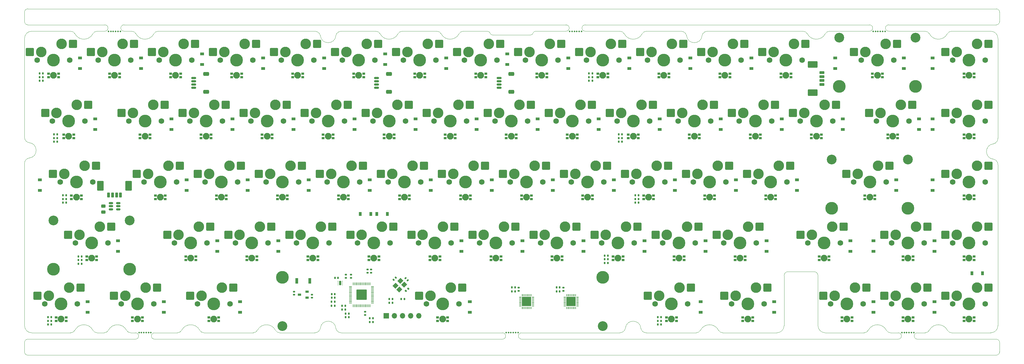
<source format=gbs>
G04 #@! TF.GenerationSoftware,KiCad,Pcbnew,(6.99.0-1912-g359c99991b)*
G04 #@! TF.CreationDate,2023-08-09T17:17:15+07:00*
G04 #@! TF.ProjectId,nyx,6e79782e-6b69-4636-9164-5f7063625858,2*
G04 #@! TF.SameCoordinates,Original*
G04 #@! TF.FileFunction,Soldermask,Bot*
G04 #@! TF.FilePolarity,Negative*
%FSLAX46Y46*%
G04 Gerber Fmt 4.6, Leading zero omitted, Abs format (unit mm)*
G04 Created by KiCad (PCBNEW (6.99.0-1912-g359c99991b)) date 2023-08-09 17:17:15*
%MOMM*%
%LPD*%
G01*
G04 APERTURE LIST*
G04 Aperture macros list*
%AMRoundRect*
0 Rectangle with rounded corners*
0 $1 Rounding radius*
0 $2 $3 $4 $5 $6 $7 $8 $9 X,Y pos of 4 corners*
0 Add a 4 corners polygon primitive as box body*
4,1,4,$2,$3,$4,$5,$6,$7,$8,$9,$2,$3,0*
0 Add four circle primitives for the rounded corners*
1,1,$1+$1,$2,$3*
1,1,$1+$1,$4,$5*
1,1,$1+$1,$6,$7*
1,1,$1+$1,$8,$9*
0 Add four rect primitives between the rounded corners*
20,1,$1+$1,$2,$3,$4,$5,0*
20,1,$1+$1,$4,$5,$6,$7,0*
20,1,$1+$1,$6,$7,$8,$9,0*
20,1,$1+$1,$8,$9,$2,$3,0*%
%AMRotRect*
0 Rectangle, with rotation*
0 The origin of the aperture is its center*
0 $1 length*
0 $2 width*
0 $3 Rotation angle, in degrees counterclockwise*
0 Add horizontal line*
21,1,$1,$2,0,0,$3*%
%AMFreePoly0*
4,1,18,-0.350000,0.510000,-0.339343,0.563576,-0.308995,0.608995,-0.263576,0.639343,-0.210000,0.650000,0.210000,0.650000,0.263576,0.639343,0.308995,0.608995,0.339343,0.563576,0.350000,0.510000,0.350000,-0.510000,0.339343,-0.563576,0.308995,-0.608995,0.263576,-0.639343,0.210000,-0.650000,-0.210000,-0.650000,-0.350000,-0.510000,-0.350000,0.510000,-0.350000,0.510000,$1*%
G04 Aperture macros list end*
%ADD10C,3.048000*%
%ADD11C,3.987800*%
%ADD12C,0.500000*%
%ADD13C,1.750000*%
%ADD14C,3.300000*%
%ADD15RoundRect,0.250000X1.025000X1.000000X-1.025000X1.000000X-1.025000X-1.000000X1.025000X-1.000000X0*%
%ADD16RoundRect,0.135000X-0.135000X-0.185000X0.135000X-0.185000X0.135000X0.185000X-0.135000X0.185000X0*%
%ADD17R,1.200000X0.900000*%
%ADD18RoundRect,0.050000X0.300000X0.050000X-0.300000X0.050000X-0.300000X-0.050000X0.300000X-0.050000X0*%
%ADD19RoundRect,0.050000X0.050000X0.300000X-0.050000X0.300000X-0.050000X-0.300000X0.050000X-0.300000X0*%
%ADD20R,2.900000X2.900000*%
%ADD21RoundRect,0.140000X-0.170000X0.140000X-0.170000X-0.140000X0.170000X-0.140000X0.170000X0.140000X0*%
%ADD22RoundRect,0.140000X0.170000X-0.140000X0.170000X0.140000X-0.170000X0.140000X-0.170000X-0.140000X0*%
%ADD23C,2.100000*%
%ADD24RoundRect,0.070000X-0.330000X0.280000X-0.330000X-0.280000X0.330000X-0.280000X0.330000X0.280000X0*%
%ADD25RoundRect,0.200000X0.600000X-0.200000X0.600000X0.200000X-0.600000X0.200000X-0.600000X-0.200000X0*%
%ADD26RoundRect,0.250001X1.249999X-0.799999X1.249999X0.799999X-1.249999X0.799999X-1.249999X-0.799999X0*%
%ADD27RoundRect,0.140000X-0.140000X-0.170000X0.140000X-0.170000X0.140000X0.170000X-0.140000X0.170000X0*%
%ADD28RoundRect,0.200000X-0.200000X-0.600000X0.200000X-0.600000X0.200000X0.600000X-0.200000X0.600000X0*%
%ADD29RoundRect,0.250001X-0.799999X-1.249999X0.799999X-1.249999X0.799999X1.249999X-0.799999X1.249999X0*%
%ADD30RoundRect,0.140000X0.140000X0.170000X-0.140000X0.170000X-0.140000X-0.170000X0.140000X-0.170000X0*%
%ADD31R,1.700000X1.700000*%
%ADD32O,1.700000X1.700000*%
%ADD33RoundRect,0.135000X-0.185000X0.135000X-0.185000X-0.135000X0.185000X-0.135000X0.185000X0.135000X0*%
%ADD34RoundRect,0.050000X-0.050000X0.387500X-0.050000X-0.387500X0.050000X-0.387500X0.050000X0.387500X0*%
%ADD35RoundRect,0.050000X-0.387500X0.050000X-0.387500X-0.050000X0.387500X-0.050000X0.387500X0.050000X0*%
%ADD36RoundRect,0.144000X-1.456000X1.456000X-1.456000X-1.456000X1.456000X-1.456000X1.456000X1.456000X0*%
%ADD37RoundRect,0.045000X0.055000X0.045000X-0.055000X0.045000X-0.055000X-0.045000X0.055000X-0.045000X0*%
%ADD38FreePoly0,180.000000*%
%ADD39RoundRect,0.135000X0.135000X0.185000X-0.135000X0.185000X-0.135000X-0.185000X0.135000X-0.185000X0*%
%ADD40R,0.900000X1.700000*%
%ADD41RoundRect,0.140000X0.021213X-0.219203X0.219203X-0.021213X-0.021213X0.219203X-0.219203X0.021213X0*%
%ADD42RotRect,1.400000X1.200000X225.000000*%
%ADD43R,0.900000X1.200000*%
%ADD44RoundRect,0.135000X0.035355X-0.226274X0.226274X-0.035355X-0.035355X0.226274X-0.226274X0.035355X0*%
%ADD45R,1.000000X0.800000*%
%ADD46RoundRect,0.150000X-0.625000X0.150000X-0.625000X-0.150000X0.625000X-0.150000X0.625000X0.150000X0*%
%ADD47RoundRect,0.250000X-0.650000X0.350000X-0.650000X-0.350000X0.650000X-0.350000X0.650000X0.350000X0*%
%ADD48RoundRect,0.150000X0.512500X0.150000X-0.512500X0.150000X-0.512500X-0.150000X0.512500X-0.150000X0*%
%ADD49RoundRect,0.243750X-0.456250X0.243750X-0.456250X-0.243750X0.456250X-0.243750X0.456250X0.243750X0*%
%ADD50RoundRect,0.140000X0.219203X0.021213X0.021213X0.219203X-0.219203X-0.021213X-0.021213X-0.219203X0*%
G04 #@! TA.AperFunction,Profile*
%ADD51C,0.100000*%
G04 #@! TD*
G04 APERTURE END LIST*
D10*
X180484823Y-99219823D03*
D11*
X180484823Y-83979823D03*
D10*
X80472323Y-99219823D03*
D11*
X80472323Y-83979823D03*
D12*
X268572706Y-7050000D03*
X267832706Y-7050000D03*
X267092706Y-7050000D03*
X266352706Y-7050000D03*
X265612706Y-7050000D03*
X264872706Y-7050000D03*
D10*
X9034823Y-66199823D03*
D11*
X9034823Y-81439823D03*
D10*
X32847323Y-66199823D03*
D11*
X32847323Y-81439823D03*
D12*
X173850000Y-7050000D03*
X173110000Y-7050000D03*
X172370000Y-7050000D03*
X171630000Y-7050000D03*
X170890000Y-7050000D03*
X170150000Y-7050000D03*
D10*
X254303573Y-9049823D03*
D11*
X254303573Y-24289823D03*
D10*
X278116073Y-9049823D03*
D11*
X278116073Y-24289823D03*
D12*
X35750000Y-101222338D03*
X36490000Y-101222338D03*
X37230000Y-101222338D03*
X37970000Y-101222338D03*
X38710000Y-101222338D03*
X39450000Y-101222338D03*
X273850001Y-101222338D03*
X274590001Y-101222338D03*
X275330001Y-101222338D03*
X276070001Y-101222338D03*
X276810001Y-101222338D03*
X277550001Y-101222338D03*
X150311353Y-101222338D03*
X151051353Y-101222338D03*
X151791353Y-101222338D03*
X152531353Y-101222338D03*
X153271353Y-101222338D03*
X154011353Y-101222338D03*
X29899997Y-7050000D03*
X29159997Y-7050000D03*
X28419997Y-7050000D03*
X27679997Y-7050000D03*
X26939997Y-7050000D03*
X26199997Y-7050000D03*
D10*
X251922323Y-47149823D03*
D11*
X251922323Y-62389823D03*
D10*
X275734823Y-47149823D03*
D11*
X275734823Y-62389823D03*
D13*
X228427323Y-73184823D03*
D11*
X223347323Y-73184823D03*
D13*
X218267323Y-73184823D03*
D14*
X219537323Y-70644823D03*
D15*
X215987323Y-70644823D03*
X229437323Y-68104823D03*
D14*
X225887323Y-68104823D03*
D16*
X176190000Y-21350000D03*
X177210000Y-21350000D03*
D17*
X241119822Y-56722322D03*
X241119822Y-53422322D03*
D16*
X176190000Y-22500000D03*
X177210000Y-22500000D03*
D18*
X172600000Y-90100000D03*
X172600000Y-90500000D03*
X172600000Y-90900000D03*
X172600000Y-91300000D03*
X172600000Y-91700000D03*
X172600000Y-92100000D03*
X172600000Y-92500000D03*
X172600000Y-92900000D03*
D19*
X172000000Y-93500000D03*
X171600000Y-93500000D03*
X171200000Y-93500000D03*
X170800000Y-93500000D03*
X170400000Y-93500000D03*
X170000000Y-93500000D03*
X169600000Y-93500000D03*
X169200000Y-93500000D03*
D18*
X168600000Y-92900000D03*
X168600000Y-92500000D03*
X168600000Y-92100000D03*
X168600000Y-91700000D03*
X168600000Y-91300000D03*
X168600000Y-90900000D03*
X168600000Y-90500000D03*
X168600000Y-90100000D03*
D19*
X169200000Y-89500000D03*
X169600000Y-89500000D03*
X170000000Y-89500000D03*
X170400000Y-89500000D03*
X170800000Y-89500000D03*
X171200000Y-89500000D03*
X171600000Y-89500000D03*
X172000000Y-89500000D03*
D20*
X170599999Y-91499999D03*
D17*
X231594822Y-75772322D03*
X231594822Y-72472322D03*
D21*
X106300000Y-94720000D03*
X106300000Y-95680000D03*
D22*
X89700000Y-90300000D03*
X89700000Y-89340000D03*
D16*
X11990000Y-58289376D03*
X13010000Y-58289376D03*
X7340000Y-98700000D03*
X8360000Y-98700000D03*
D17*
X55382322Y-17399999D03*
X55382322Y-14099999D03*
D23*
X130478573Y-96984823D03*
D24*
X132028573Y-96434823D03*
X132028573Y-97534823D03*
X128928573Y-97534823D03*
X128928573Y-96434823D03*
D23*
X9034823Y-20784823D03*
D24*
X10584823Y-20234823D03*
X10584823Y-21334823D03*
X7484823Y-21334823D03*
X7484823Y-20234823D03*
D17*
X145869822Y-56722322D03*
X145869822Y-53422322D03*
D16*
X197690000Y-96400000D03*
X198710000Y-96400000D03*
D17*
X69669822Y-56722322D03*
X69669822Y-53422322D03*
D23*
X218584823Y-20784823D03*
D24*
X220134823Y-20234823D03*
X220134823Y-21334823D03*
X217034823Y-21334823D03*
X217034823Y-20234823D03*
D25*
X248875000Y-23675000D03*
X248875000Y-22425000D03*
X248875000Y-21175000D03*
X248875000Y-19925000D03*
D26*
X245975000Y-26225000D03*
X245975000Y-17375000D03*
D23*
X56659823Y-39834823D03*
D24*
X58209823Y-39284823D03*
X58209823Y-40384823D03*
X55109823Y-40384823D03*
X55109823Y-39284823D03*
D23*
X75709823Y-39834823D03*
D24*
X77259823Y-39284823D03*
X77259823Y-40384823D03*
X74159823Y-40384823D03*
X74159823Y-39284823D03*
D27*
X152140000Y-87100000D03*
X153100000Y-87100000D03*
X166040000Y-87100000D03*
X167000000Y-87100000D03*
D16*
X185500000Y-41550000D03*
X186520000Y-41550000D03*
D28*
X26209758Y-58192481D03*
X27459758Y-58192481D03*
X28709758Y-58192481D03*
X29959758Y-58192481D03*
D29*
X23659758Y-55292481D03*
X32509758Y-55292481D03*
D23*
X225728573Y-96984823D03*
D24*
X227278573Y-96434823D03*
X227278573Y-97534823D03*
X224178573Y-97534823D03*
X224178573Y-96434823D03*
D23*
X147147323Y-77934823D03*
D24*
X148697323Y-77384823D03*
X148697323Y-78484823D03*
X145597323Y-78484823D03*
X145597323Y-77384823D03*
D17*
X112532322Y-17399999D03*
X112532322Y-14099999D03*
D23*
X59041073Y-96984823D03*
D24*
X60591073Y-96434823D03*
X60591073Y-97534823D03*
X57491073Y-97534823D03*
X57491073Y-96434823D03*
D13*
X109364823Y-16034823D03*
D11*
X104284823Y-16034823D03*
D13*
X99204823Y-16034823D03*
D14*
X100474823Y-13494823D03*
D15*
X96924823Y-13494823D03*
X110374823Y-10954823D03*
D14*
X106824823Y-10954823D03*
D23*
X142384823Y-20784823D03*
D24*
X143934823Y-20234823D03*
X143934823Y-21334823D03*
X140834823Y-21334823D03*
X140834823Y-20234823D03*
D13*
X299864823Y-54134823D03*
D11*
X294784823Y-54134823D03*
D13*
X289704823Y-54134823D03*
D14*
X290974823Y-51594823D03*
D15*
X287424823Y-51594823D03*
X300874823Y-49054823D03*
D14*
X297324823Y-49054823D03*
D16*
X4690000Y-22500000D03*
X5710000Y-22500000D03*
D17*
X283382322Y-37672322D03*
X283382322Y-34372322D03*
D13*
X223664823Y-16034823D03*
D11*
X218584823Y-16034823D03*
D13*
X213504823Y-16034823D03*
D14*
X214774823Y-13494823D03*
D15*
X211224823Y-13494823D03*
X224674823Y-10954823D03*
D14*
X221124823Y-10954823D03*
D13*
X190327323Y-73184823D03*
D11*
X185247323Y-73184823D03*
D13*
X180167323Y-73184823D03*
D14*
X181437323Y-70644823D03*
D15*
X177887323Y-70644823D03*
X191337323Y-68104823D03*
D14*
X187787323Y-68104823D03*
D23*
X109047323Y-77934823D03*
D24*
X110597323Y-77384823D03*
X110597323Y-78484823D03*
X107497323Y-78484823D03*
X107497323Y-77384823D03*
D23*
X128097323Y-77934823D03*
D24*
X129647323Y-77384823D03*
X129647323Y-78484823D03*
X126547323Y-78484823D03*
X126547323Y-77384823D03*
D17*
X283982322Y-94822322D03*
X283982322Y-91522322D03*
D23*
X275734823Y-96984823D03*
D24*
X277284823Y-96434823D03*
X277284823Y-97534823D03*
X274184823Y-97534823D03*
X274184823Y-96434823D03*
D17*
X160157322Y-37672322D03*
X160157322Y-34372322D03*
D23*
X51897323Y-77934823D03*
D24*
X53447323Y-77384823D03*
X53447323Y-78484823D03*
X50347323Y-78484823D03*
X50347323Y-77384823D03*
D13*
X147464823Y-16034823D03*
D11*
X142384823Y-16034823D03*
D13*
X137304823Y-16034823D03*
D14*
X138574823Y-13494823D03*
D15*
X135024823Y-13494823D03*
X148474823Y-10954823D03*
D14*
X144924823Y-10954823D03*
D13*
X16496073Y-92234823D03*
D11*
X11416073Y-92234823D03*
D13*
X6336073Y-92234823D03*
D14*
X7606073Y-89694823D03*
D15*
X4056073Y-89694823D03*
X17506073Y-87154823D03*
D14*
X13956073Y-87154823D03*
D13*
X209377323Y-73184823D03*
D11*
X204297323Y-73184823D03*
D13*
X199217323Y-73184823D03*
D14*
X200487323Y-70644823D03*
D15*
X196937323Y-70644823D03*
X210387323Y-68104823D03*
D14*
X206837323Y-68104823D03*
D22*
X107034823Y-82480000D03*
X107034823Y-81520000D03*
D13*
X52214823Y-16034823D03*
D11*
X47134823Y-16034823D03*
D13*
X42054823Y-16034823D03*
D14*
X43324823Y-13494823D03*
D15*
X39774823Y-13494823D03*
X53224823Y-10954823D03*
D14*
X49674823Y-10954823D03*
D13*
X26021073Y-73184823D03*
D11*
X20941073Y-73184823D03*
D13*
X15861073Y-73184823D03*
D14*
X17131073Y-70644823D03*
D15*
X13581073Y-70644823D03*
X27031073Y-68104823D03*
D14*
X23481073Y-68104823D03*
D13*
X85552323Y-54134823D03*
D11*
X80472323Y-54134823D03*
D13*
X75392323Y-54134823D03*
D14*
X76662323Y-51594823D03*
D15*
X73112323Y-51594823D03*
X86562323Y-49054823D03*
D14*
X83012323Y-49054823D03*
D13*
X299864823Y-73184823D03*
D11*
X294784823Y-73184823D03*
D13*
X289704823Y-73184823D03*
D14*
X290974823Y-70644823D03*
D15*
X287424823Y-70644823D03*
X300874823Y-68104823D03*
D14*
X297324823Y-68104823D03*
D13*
X206996073Y-92234823D03*
D11*
X201916073Y-92234823D03*
D13*
X196836073Y-92234823D03*
D14*
X198106073Y-89694823D03*
D15*
X194556073Y-89694823D03*
X208006073Y-87154823D03*
D14*
X204456073Y-87154823D03*
D16*
X181090000Y-78300000D03*
X182110000Y-78300000D03*
D22*
X84100000Y-89350000D03*
X84100000Y-88390000D03*
D17*
X283382322Y-56722322D03*
X283382322Y-53422322D03*
D13*
X166514823Y-16034823D03*
D11*
X161434823Y-16034823D03*
D13*
X156354823Y-16034823D03*
D14*
X157624823Y-13494823D03*
D15*
X154074823Y-13494823D03*
X167524823Y-10954823D03*
D14*
X163974823Y-10954823D03*
D30*
X96814823Y-90300000D03*
X95854823Y-90300000D03*
D13*
X199852323Y-54134823D03*
D11*
X194772323Y-54134823D03*
D13*
X189692323Y-54134823D03*
D14*
X190962323Y-51594823D03*
D15*
X187412323Y-51594823D03*
X200862323Y-49054823D03*
D14*
X197312323Y-49054823D03*
D17*
X264932322Y-75772322D03*
X264932322Y-72472322D03*
D31*
X112919999Y-95949999D03*
D32*
X115459999Y-95949999D03*
X117999999Y-95949999D03*
X120539999Y-95949999D03*
X123079999Y-95949999D03*
D13*
X156989823Y-35084823D03*
D11*
X151909823Y-35084823D03*
D13*
X146829823Y-35084823D03*
D14*
X148099823Y-32544823D03*
D15*
X144549823Y-32544823D03*
X157999823Y-30004823D03*
D14*
X154449823Y-30004823D03*
D16*
X11990000Y-60600000D03*
X13010000Y-60600000D03*
D13*
X128414823Y-16034823D03*
D11*
X123334823Y-16034823D03*
D13*
X118254823Y-16034823D03*
D14*
X119524823Y-13494823D03*
D15*
X115974823Y-13494823D03*
X129424823Y-10954823D03*
D14*
X125874823Y-10954823D03*
D30*
X101180000Y-96400000D03*
X100220000Y-96400000D03*
D17*
X107769822Y-56722322D03*
X107769822Y-53422322D03*
X212544822Y-75772322D03*
X212544822Y-72472322D03*
D13*
X66502323Y-54134823D03*
D11*
X61422323Y-54134823D03*
D13*
X56342323Y-54134823D03*
D14*
X57612323Y-51594823D03*
D15*
X54062323Y-51594823D03*
X67512323Y-49054823D03*
D14*
X63962323Y-49054823D03*
D13*
X252239823Y-35084823D03*
D11*
X247159823Y-35084823D03*
D13*
X242079823Y-35084823D03*
D14*
X243349823Y-32544823D03*
D15*
X239799823Y-32544823D03*
X253249823Y-30004823D03*
D14*
X249699823Y-30004823D03*
D13*
X268908573Y-54134823D03*
D11*
X263828573Y-54134823D03*
D13*
X258748573Y-54134823D03*
D14*
X260018573Y-51594823D03*
D15*
X256468573Y-51594823D03*
X269918573Y-49054823D03*
D14*
X266368573Y-49054823D03*
D23*
X190009823Y-39834823D03*
D24*
X191559823Y-39284823D03*
X191559823Y-40384823D03*
X188459823Y-40384823D03*
X188459823Y-39284823D03*
D17*
X88719822Y-56722322D03*
X88719822Y-53422322D03*
D16*
X197690000Y-98700000D03*
X198710000Y-98700000D03*
X107740000Y-97880705D03*
X108760000Y-97880705D03*
D17*
X188732322Y-18622322D03*
X188732322Y-15322322D03*
D27*
X166040000Y-88300000D03*
X167000000Y-88300000D03*
D17*
X207782322Y-18622322D03*
X207782322Y-15322322D03*
D33*
X168150000Y-87140000D03*
X168150000Y-88160000D03*
D34*
X102584823Y-85949899D03*
X102984823Y-85949899D03*
X103384823Y-85949899D03*
X103784823Y-85949899D03*
X104184823Y-85949899D03*
X104584823Y-85949899D03*
X104984823Y-85949899D03*
X105384823Y-85949899D03*
X105784823Y-85949899D03*
X106184823Y-85949899D03*
X106584823Y-85949899D03*
X106984823Y-85949899D03*
X107384823Y-85949899D03*
X107784823Y-85949899D03*
D35*
X108622323Y-86787399D03*
X108622323Y-87187399D03*
X108622323Y-87587399D03*
X108622323Y-87987399D03*
X108622323Y-88387399D03*
X108622323Y-88787399D03*
X108622323Y-89187399D03*
X108622323Y-89587399D03*
X108622323Y-89987399D03*
X108622323Y-90387399D03*
X108622323Y-90787399D03*
X108622323Y-91187399D03*
X108622323Y-91587399D03*
X108622323Y-91987399D03*
D34*
X107784823Y-92824899D03*
X107384823Y-92824899D03*
X106984823Y-92824899D03*
X106584823Y-92824899D03*
X106184823Y-92824899D03*
X105784823Y-92824899D03*
X105384823Y-92824899D03*
X104984823Y-92824899D03*
X104584823Y-92824899D03*
X104184823Y-92824899D03*
X103784823Y-92824899D03*
X103384823Y-92824899D03*
X102984823Y-92824899D03*
X102584823Y-92824899D03*
D35*
X101747323Y-91987399D03*
X101747323Y-91587399D03*
X101747323Y-91187399D03*
X101747323Y-90787399D03*
X101747323Y-90387399D03*
X101747323Y-89987399D03*
X101747323Y-89587399D03*
X101747323Y-89187399D03*
X101747323Y-88787399D03*
X101747323Y-88387399D03*
X101747323Y-87987399D03*
X101747323Y-87587399D03*
X101747323Y-87187399D03*
X101747323Y-86787399D03*
D36*
X105184823Y-89387399D03*
D23*
X175722323Y-58884823D03*
D24*
X177272323Y-58334823D03*
X177272323Y-59434823D03*
X174172323Y-59434823D03*
X174172323Y-58334823D03*
D17*
X222069822Y-56722322D03*
X222069822Y-53422322D03*
D23*
X194772323Y-58884823D03*
D24*
X196322323Y-58334823D03*
X196322323Y-59434823D03*
X193222323Y-59434823D03*
X193222323Y-58334823D03*
D23*
X228109823Y-39834823D03*
D24*
X229659823Y-39284823D03*
X229659823Y-40384823D03*
X226559823Y-40384823D03*
X226559823Y-39284823D03*
D13*
X142702323Y-54134823D03*
D11*
X137622323Y-54134823D03*
D13*
X132542323Y-54134823D03*
D14*
X133812323Y-51594823D03*
D15*
X130262323Y-51594823D03*
X143712323Y-49054823D03*
D14*
X140162323Y-49054823D03*
D13*
X33164823Y-16034823D03*
D11*
X28084823Y-16034823D03*
D13*
X23004823Y-16034823D03*
D14*
X24274823Y-13494823D03*
D15*
X20724823Y-13494823D03*
X34174823Y-10954823D03*
D14*
X30624823Y-10954823D03*
D17*
X50619822Y-56722322D03*
X50619822Y-53422322D03*
D16*
X190590000Y-59450000D03*
X191610000Y-59450000D03*
X4690000Y-21350000D03*
X5710000Y-21350000D03*
D13*
X214139823Y-35084823D03*
D11*
X209059823Y-35084823D03*
D13*
X203979823Y-35084823D03*
D14*
X205249823Y-32544823D03*
D15*
X201699823Y-32544823D03*
X215149823Y-30004823D03*
D14*
X211599823Y-30004823D03*
D13*
X230808573Y-92234823D03*
D11*
X225728573Y-92234823D03*
D13*
X220648573Y-92234823D03*
D14*
X221918573Y-89694823D03*
D15*
X218368573Y-89694823D03*
X231818573Y-87154823D03*
D14*
X228268573Y-87154823D03*
D37*
X99150000Y-85100000D03*
X99150000Y-85500000D03*
X99150000Y-85900000D03*
X99150000Y-86300000D03*
X97850000Y-86300000D03*
X97850000Y-85900000D03*
X97850000Y-85500000D03*
X97850000Y-85100000D03*
D12*
X98500000Y-85700000D03*
D38*
X98499999Y-85699999D03*
D23*
X294784823Y-39834823D03*
D24*
X296334823Y-39284823D03*
X296334823Y-40384823D03*
X293234823Y-40384823D03*
X293234823Y-39284823D03*
D17*
X74432322Y-18622322D03*
X74432322Y-15322322D03*
D16*
X190590000Y-58300000D03*
X191610000Y-58300000D03*
D23*
X85234823Y-20784823D03*
D24*
X86784823Y-20234823D03*
X86784823Y-21334823D03*
X83684823Y-21334823D03*
X83684823Y-20234823D03*
D17*
X252999999Y-18622322D03*
X252999999Y-15322322D03*
D23*
X99522323Y-58884823D03*
D24*
X101072323Y-58334823D03*
X101072323Y-59434823D03*
X97972323Y-59434823D03*
X97972323Y-58334823D03*
D39*
X108760000Y-96725000D03*
X107740000Y-96725000D03*
D16*
X9190000Y-41550000D03*
X10210000Y-41550000D03*
D13*
X56977323Y-73184823D03*
D11*
X51897323Y-73184823D03*
D13*
X46817323Y-73184823D03*
D14*
X48087323Y-70644823D03*
D15*
X44537323Y-70644823D03*
X57987323Y-68104823D03*
D14*
X54437323Y-68104823D03*
D23*
X199534823Y-20784823D03*
D24*
X201084823Y-20234823D03*
X201084823Y-21334823D03*
X197984823Y-21334823D03*
X197984823Y-20234823D03*
D13*
X42689823Y-35084823D03*
D11*
X37609823Y-35084823D03*
D13*
X32529823Y-35084823D03*
D14*
X33799823Y-32544823D03*
D15*
X30249823Y-32544823D03*
X43699823Y-30004823D03*
D14*
X40149823Y-30004823D03*
D23*
X256684823Y-96984823D03*
D24*
X258234823Y-96434823D03*
X258234823Y-97534823D03*
X255134823Y-97534823D03*
X255134823Y-96434823D03*
D23*
X263828573Y-58884823D03*
D24*
X265378573Y-58334823D03*
X265378573Y-59434823D03*
X262278573Y-59434823D03*
X262278573Y-58334823D03*
D23*
X16178573Y-58884823D03*
D24*
X17728573Y-58334823D03*
X17728573Y-59434823D03*
X14628573Y-59434823D03*
X14628573Y-58334823D03*
D13*
X135558573Y-92234823D03*
D11*
X130478573Y-92234823D03*
D13*
X125398573Y-92234823D03*
D14*
X126668573Y-89694823D03*
D15*
X123118573Y-89694823D03*
X136568573Y-87154823D03*
D14*
X133018573Y-87154823D03*
D16*
X16790000Y-79700000D03*
X17810000Y-79700000D03*
D23*
X161434823Y-20784823D03*
D24*
X162984823Y-20234823D03*
X162984823Y-21334823D03*
X159884823Y-21334823D03*
X159884823Y-20234823D03*
D13*
X280814823Y-92234823D03*
D11*
X275734823Y-92234823D03*
D13*
X270654823Y-92234823D03*
D14*
X271924823Y-89694823D03*
D15*
X268374823Y-89694823D03*
X281824823Y-87154823D03*
D14*
X278274823Y-87154823D03*
D17*
X93482322Y-18622322D03*
X93482322Y-15322322D03*
D40*
X84949999Y-84999999D03*
X89049999Y-84999999D03*
D16*
X11990000Y-59450000D03*
X13010000Y-59450000D03*
D13*
X185564823Y-16034823D03*
D11*
X180484823Y-16034823D03*
D13*
X175404823Y-16034823D03*
D14*
X176674823Y-13494823D03*
D15*
X173124823Y-13494823D03*
X186574823Y-10954823D03*
D14*
X183024823Y-10954823D03*
D17*
X43476072Y-94822322D03*
X43476072Y-91522322D03*
D23*
X201916073Y-96984823D03*
D24*
X203466073Y-96434823D03*
X203466073Y-97534823D03*
X200366073Y-97534823D03*
X200366073Y-96434823D03*
D16*
X16790000Y-78550000D03*
X17810000Y-78550000D03*
D41*
X115210589Y-84689411D03*
X115889411Y-84010589D03*
D13*
X218902323Y-54134823D03*
D11*
X213822323Y-54134823D03*
D13*
X208742323Y-54134823D03*
D14*
X210012323Y-51594823D03*
D15*
X206462323Y-51594823D03*
X219912323Y-49054823D03*
D14*
X216362323Y-49054823D03*
D16*
X7340000Y-97550000D03*
X8360000Y-97550000D03*
D27*
X96890000Y-84100000D03*
X97850000Y-84100000D03*
D17*
X17282322Y-18622322D03*
X17282322Y-15322322D03*
D23*
X94759823Y-39834823D03*
D24*
X96309823Y-39284823D03*
X96309823Y-40384823D03*
X93209823Y-40384823D03*
X93209823Y-39284823D03*
D13*
X99839823Y-35084823D03*
D11*
X94759823Y-35084823D03*
D13*
X89679823Y-35084823D03*
D14*
X90949823Y-32544823D03*
D15*
X87399823Y-32544823D03*
X100849823Y-30004823D03*
D14*
X97299823Y-30004823D03*
D23*
X232872323Y-58884823D03*
D24*
X234422323Y-58334823D03*
X234422323Y-59434823D03*
X231322323Y-59434823D03*
X231322323Y-58334823D03*
D17*
X255407322Y-37672322D03*
X255407322Y-34372322D03*
D30*
X100080000Y-92868649D03*
X99120000Y-92868649D03*
D17*
X103007322Y-37672322D03*
X103007322Y-34372322D03*
D23*
X223347323Y-77934823D03*
D24*
X224897323Y-77384823D03*
X224897323Y-78484823D03*
X221797323Y-78484823D03*
X221797323Y-77384823D03*
D16*
X181090000Y-79450000D03*
X182110000Y-79450000D03*
D42*
X118528857Y-86223222D03*
X116973222Y-87778857D03*
X115771141Y-86576776D03*
X117326776Y-85021141D03*
D13*
X171277323Y-73184823D03*
D11*
X166197323Y-73184823D03*
D13*
X161117323Y-73184823D03*
D14*
X162387323Y-70644823D03*
D15*
X158837323Y-70644823D03*
X172287323Y-68104823D03*
D14*
X168737323Y-68104823D03*
D13*
X204614823Y-16034823D03*
D11*
X199534823Y-16034823D03*
D13*
X194454823Y-16034823D03*
D14*
X195724823Y-13494823D03*
D15*
X192174823Y-13494823D03*
X205624823Y-10954823D03*
D14*
X202074823Y-10954823D03*
D17*
X279219822Y-37672322D03*
X279219822Y-34372322D03*
D16*
X9190000Y-40400000D03*
X10210000Y-40400000D03*
D23*
X47134823Y-20784823D03*
D24*
X48684823Y-20234823D03*
X48684823Y-21334823D03*
X45584823Y-21334823D03*
X45584823Y-20234823D03*
D16*
X16790000Y-77400000D03*
X17810000Y-77400000D03*
D17*
X198257322Y-37672322D03*
X198257322Y-34372322D03*
D23*
X89997323Y-77934823D03*
D24*
X91547323Y-77384823D03*
X91547323Y-78484823D03*
X88447323Y-78484823D03*
X88447323Y-77384823D03*
D13*
X118889823Y-35084823D03*
D11*
X113809823Y-35084823D03*
D13*
X108729823Y-35084823D03*
D14*
X109999823Y-32544823D03*
D15*
X106449823Y-32544823D03*
X119899823Y-30004823D03*
D14*
X116349823Y-30004823D03*
D17*
X122057322Y-37672322D03*
X122057322Y-34372322D03*
D13*
X242714823Y-16034823D03*
D11*
X237634823Y-16034823D03*
D13*
X232554823Y-16034823D03*
D14*
X233824823Y-13494823D03*
D15*
X230274823Y-13494823D03*
X243724823Y-10954823D03*
D14*
X240174823Y-10954823D03*
D13*
X176039823Y-35084823D03*
D11*
X170959823Y-35084823D03*
D13*
X165879823Y-35084823D03*
D14*
X167149823Y-32544823D03*
D15*
X163599823Y-32544823D03*
X177049823Y-30004823D03*
D14*
X173499823Y-30004823D03*
D43*
X109949999Y-64099999D03*
X113249999Y-64099999D03*
D13*
X280814823Y-73184823D03*
D11*
X275734823Y-73184823D03*
D13*
X270654823Y-73184823D03*
D14*
X271924823Y-70644823D03*
D15*
X268374823Y-70644823D03*
X281824823Y-68104823D03*
D14*
X278274823Y-68104823D03*
D23*
X270972323Y-39834823D03*
D24*
X272522323Y-39284823D03*
X272522323Y-40384823D03*
X269422323Y-40384823D03*
X269422323Y-39284823D03*
D16*
X4690000Y-20200000D03*
X5710000Y-20200000D03*
D23*
X266209823Y-20784823D03*
D24*
X267759823Y-20234823D03*
X267759823Y-21334823D03*
X264659823Y-21334823D03*
X264659823Y-20234823D03*
D17*
X138999999Y-94822322D03*
X138999999Y-91522322D03*
D13*
X152227323Y-73184823D03*
D11*
X147147323Y-73184823D03*
D13*
X142067323Y-73184823D03*
D14*
X143337323Y-70644823D03*
D15*
X139787323Y-70644823D03*
X153237323Y-68104823D03*
D14*
X149687323Y-68104823D03*
D44*
X119010833Y-88185551D03*
X119732081Y-87464303D03*
D16*
X7340000Y-96400000D03*
X8360000Y-96400000D03*
D23*
X11416073Y-96984823D03*
D24*
X12966073Y-96434823D03*
X12966073Y-97534823D03*
X9866073Y-97534823D03*
X9866073Y-96434823D03*
D17*
X193494822Y-75772322D03*
X193494822Y-72472322D03*
X236357322Y-37672322D03*
X236357322Y-34372322D03*
D33*
X154250000Y-87140000D03*
X154250000Y-88160000D03*
D18*
X158700000Y-90100000D03*
X158700000Y-90500000D03*
X158700000Y-90900000D03*
X158700000Y-91300000D03*
X158700000Y-91700000D03*
X158700000Y-92100000D03*
X158700000Y-92500000D03*
X158700000Y-92900000D03*
D19*
X158100000Y-93500000D03*
X157700000Y-93500000D03*
X157300000Y-93500000D03*
X156900000Y-93500000D03*
X156500000Y-93500000D03*
X156100000Y-93500000D03*
X155700000Y-93500000D03*
X155300000Y-93500000D03*
D18*
X154700000Y-92900000D03*
X154700000Y-92500000D03*
X154700000Y-92100000D03*
X154700000Y-91700000D03*
X154700000Y-91300000D03*
X154700000Y-90900000D03*
X154700000Y-90500000D03*
X154700000Y-90100000D03*
D19*
X155300000Y-89500000D03*
X155700000Y-89500000D03*
X156100000Y-89500000D03*
X156500000Y-89500000D03*
X156900000Y-89500000D03*
X157300000Y-89500000D03*
X157700000Y-89500000D03*
X158100000Y-89500000D03*
D20*
X156699999Y-91499999D03*
D23*
X35228573Y-96984823D03*
D24*
X36778573Y-96434823D03*
X36778573Y-97534823D03*
X33678573Y-97534823D03*
X33678573Y-96434823D03*
D23*
X42372323Y-58884823D03*
D24*
X43922323Y-58334823D03*
X43922323Y-59434823D03*
X40822323Y-59434823D03*
X40822323Y-58334823D03*
D16*
X197690000Y-97550000D03*
X198710000Y-97550000D03*
D17*
X83957322Y-37672322D03*
X83957322Y-34372322D03*
D13*
X76027323Y-73184823D03*
D11*
X70947323Y-73184823D03*
D13*
X65867323Y-73184823D03*
D14*
X67137323Y-70644823D03*
D15*
X63587323Y-70644823D03*
X77037323Y-68104823D03*
D14*
X73487323Y-68104823D03*
D17*
X131582322Y-18622322D03*
X131582322Y-15322322D03*
D23*
X204297323Y-77934823D03*
D24*
X205847323Y-77384823D03*
X205847323Y-78484823D03*
X202747323Y-78484823D03*
X202747323Y-77384823D03*
D17*
X264932322Y-94822322D03*
X264932322Y-91522322D03*
D16*
X176190000Y-20200000D03*
X177210000Y-20200000D03*
D17*
X79194822Y-75772322D03*
X79194822Y-72472322D03*
D33*
X100300000Y-83090000D03*
X100300000Y-84110000D03*
D30*
X101180000Y-95268649D03*
X100220000Y-95268649D03*
D17*
X67288572Y-94822322D03*
X67288572Y-91522322D03*
X274457322Y-18622322D03*
X274457322Y-15322322D03*
D13*
X104602323Y-54134823D03*
D11*
X99522323Y-54134823D03*
D13*
X94442323Y-54134823D03*
D14*
X95712323Y-51594823D03*
D15*
X92162323Y-51594823D03*
X105612323Y-49054823D03*
D14*
X102062323Y-49054823D03*
D23*
X185247323Y-77934823D03*
D24*
X186797323Y-77384823D03*
X186797323Y-78484823D03*
X183697323Y-78484823D03*
X183697323Y-77384823D03*
D13*
X21258573Y-54134823D03*
D11*
X16178573Y-54134823D03*
D13*
X11098573Y-54134823D03*
D14*
X12368573Y-51594823D03*
D15*
X8818573Y-51594823D03*
X22268573Y-49054823D03*
D14*
X18718573Y-49054823D03*
D17*
X155394822Y-75772322D03*
X155394822Y-72472322D03*
D13*
X237952323Y-54134823D03*
D11*
X232872323Y-54134823D03*
D13*
X227792323Y-54134823D03*
D14*
X229062323Y-51594823D03*
D15*
X225512323Y-51594823D03*
X238962323Y-49054823D03*
D14*
X235412323Y-49054823D03*
D17*
X283382322Y-18622322D03*
X283382322Y-15322322D03*
D23*
X249541073Y-77934823D03*
D24*
X251091073Y-77384823D03*
X251091073Y-78484823D03*
X247991073Y-78484823D03*
X247991073Y-77384823D03*
D27*
X113854823Y-91868649D03*
X114814823Y-91868649D03*
D13*
X233189823Y-35084823D03*
D11*
X228109823Y-35084823D03*
D13*
X223029823Y-35084823D03*
D14*
X224299823Y-32544823D03*
D15*
X220749823Y-32544823D03*
X234199823Y-30004823D03*
D14*
X230649823Y-30004823D03*
D17*
X60144822Y-75772322D03*
X60144822Y-72472322D03*
D13*
X299864823Y-35084823D03*
D11*
X294784823Y-35084823D03*
D13*
X289704823Y-35084823D03*
D14*
X290974823Y-32544823D03*
D15*
X287424823Y-32544823D03*
X300874823Y-30004823D03*
D14*
X297324823Y-30004823D03*
D17*
X141107322Y-37672322D03*
X141107322Y-34372322D03*
X203019822Y-56722322D03*
X203019822Y-53422322D03*
X19663572Y-94822322D03*
X19663572Y-91522322D03*
X150632322Y-17399999D03*
X150632322Y-14099999D03*
D13*
X276052323Y-35084823D03*
D11*
X270972323Y-35084823D03*
D13*
X265892323Y-35084823D03*
D14*
X267162323Y-32544823D03*
D15*
X263612323Y-32544823D03*
X277062323Y-30004823D03*
D14*
X273512323Y-30004823D03*
D16*
X9190000Y-39250000D03*
X10210000Y-39250000D03*
D45*
X88199999Y-88400000D03*
X88199999Y-90299999D03*
X85799999Y-89349999D03*
D13*
X299864823Y-16034823D03*
D11*
X294784823Y-16034823D03*
D13*
X289704823Y-16034823D03*
D14*
X290974823Y-13494823D03*
D15*
X287424823Y-13494823D03*
X300874823Y-10954823D03*
D14*
X297324823Y-10954823D03*
D13*
X137939823Y-35084823D03*
D11*
X132859823Y-35084823D03*
D13*
X127779823Y-35084823D03*
D14*
X129049823Y-32544823D03*
D15*
X125499823Y-32544823D03*
X138949823Y-30004823D03*
D14*
X135399823Y-30004823D03*
D23*
X70947323Y-77934823D03*
D24*
X72497323Y-77384823D03*
X72497323Y-78484823D03*
X69397323Y-78484823D03*
X69397323Y-77384823D03*
D17*
X136344822Y-75772322D03*
X136344822Y-72472322D03*
D13*
X80789823Y-35084823D03*
D11*
X75709823Y-35084823D03*
D13*
X70629823Y-35084823D03*
D14*
X71899823Y-32544823D03*
D15*
X68349823Y-32544823D03*
X81799823Y-30004823D03*
D14*
X78249823Y-30004823D03*
D17*
X126819822Y-56722322D03*
X126819822Y-53422322D03*
D23*
X180484823Y-20784823D03*
D24*
X182034823Y-20234823D03*
X182034823Y-21334823D03*
X178934823Y-21334823D03*
X178934823Y-20234823D03*
D16*
X181090000Y-77150000D03*
X182110000Y-77150000D03*
D13*
X47452323Y-54134823D03*
D11*
X42372323Y-54134823D03*
D13*
X37292323Y-54134823D03*
D14*
X38562323Y-51594823D03*
D15*
X35012323Y-51594823D03*
X48462323Y-49054823D03*
D14*
X44912323Y-49054823D03*
D23*
X104284823Y-20784823D03*
D24*
X105834823Y-20234823D03*
X105834823Y-21334823D03*
X102734823Y-21334823D03*
X102734823Y-20234823D03*
D23*
X166197323Y-77934823D03*
D24*
X167747323Y-77384823D03*
X167747323Y-78484823D03*
X164647323Y-78484823D03*
X164647323Y-77384823D03*
D17*
X272076072Y-56722322D03*
X272076072Y-53422322D03*
D43*
X108049999Y-64099999D03*
X104749999Y-64099999D03*
D23*
X275734823Y-77934823D03*
D24*
X277284823Y-77384823D03*
X277284823Y-78484823D03*
X274184823Y-78484823D03*
X274184823Y-77384823D03*
D23*
X20941073Y-77934823D03*
D24*
X22491073Y-77384823D03*
X22491073Y-78484823D03*
X19391073Y-78484823D03*
X19391073Y-77384823D03*
D13*
X261764823Y-92234823D03*
D11*
X256684823Y-92234823D03*
D13*
X251604823Y-92234823D03*
D14*
X252874823Y-89694823D03*
D15*
X249324823Y-89694823D03*
X262774823Y-87154823D03*
D14*
X259224823Y-87154823D03*
D46*
X52800000Y-21650000D03*
X52800000Y-22650000D03*
X52800000Y-23650000D03*
X52800000Y-24650000D03*
D47*
X56675000Y-20350000D03*
X56675000Y-25950000D03*
D13*
X71264823Y-16034823D03*
D11*
X66184823Y-16034823D03*
D13*
X61104823Y-16034823D03*
D14*
X62374823Y-13494823D03*
D15*
X58824823Y-13494823D03*
X72274823Y-10954823D03*
D14*
X68724823Y-10954823D03*
D48*
X29222500Y-60750000D03*
X29222500Y-61700000D03*
X29222500Y-62650000D03*
X26947500Y-62650000D03*
X26947500Y-61700000D03*
X26947500Y-60750000D03*
D23*
X132859823Y-39834823D03*
D24*
X134409823Y-39284823D03*
X134409823Y-40384823D03*
X131309823Y-40384823D03*
X131309823Y-39284823D03*
D17*
X257788572Y-75772322D03*
X257788572Y-72472322D03*
D39*
X96844823Y-92800000D03*
X95824823Y-92800000D03*
D23*
X13797323Y-39834823D03*
D24*
X15347323Y-39284823D03*
X15347323Y-40384823D03*
X12247323Y-40384823D03*
X12247323Y-39284823D03*
D13*
X14114823Y-16034823D03*
D11*
X9034823Y-16034823D03*
D13*
X3954823Y-16034823D03*
D14*
X5224823Y-13494823D03*
D15*
X1674823Y-13494823D03*
X15124823Y-10954823D03*
D14*
X11574823Y-10954823D03*
D13*
X133177323Y-73184823D03*
D11*
X128097323Y-73184823D03*
D13*
X123017323Y-73184823D03*
D14*
X124287323Y-70644823D03*
D15*
X120737323Y-70644823D03*
X134187323Y-68104823D03*
D14*
X130637323Y-68104823D03*
D23*
X28084823Y-20784823D03*
D24*
X29634823Y-20234823D03*
X29634823Y-21334823D03*
X26534823Y-21334823D03*
X26534823Y-20234823D03*
D13*
X64121073Y-92234823D03*
D11*
X59041073Y-92234823D03*
D13*
X53961073Y-92234823D03*
D14*
X55231073Y-89694823D03*
D15*
X51681073Y-89694823D03*
X65131073Y-87154823D03*
D14*
X61581073Y-87154823D03*
D17*
X210999999Y-94822322D03*
X210999999Y-91522322D03*
D49*
X24600000Y-61700000D03*
X24600000Y-63575000D03*
D13*
X114127323Y-73184823D03*
D11*
X109047323Y-73184823D03*
D13*
X103967323Y-73184823D03*
D14*
X105237323Y-70644823D03*
D15*
X101687323Y-70644823D03*
X115137323Y-68104823D03*
D14*
X111587323Y-68104823D03*
D23*
X170959823Y-39834823D03*
D24*
X172509823Y-39284823D03*
X172509823Y-40384823D03*
X169409823Y-40384823D03*
X169409823Y-39284823D03*
D46*
X109875000Y-21650000D03*
X109875000Y-22650000D03*
X109875000Y-23650000D03*
X109875000Y-24650000D03*
D47*
X113750000Y-20350000D03*
X113750000Y-25950000D03*
D13*
X271289823Y-16034823D03*
D11*
X266209823Y-16034823D03*
D13*
X261129823Y-16034823D03*
D14*
X262399823Y-13494823D03*
D15*
X258849823Y-13494823D03*
X272299823Y-10954823D03*
D14*
X268749823Y-10954823D03*
D17*
X64907322Y-37672322D03*
X64907322Y-34372322D03*
D13*
X123652323Y-54134823D03*
D11*
X118572323Y-54134823D03*
D13*
X113492323Y-54134823D03*
D14*
X114762323Y-51594823D03*
D15*
X111212323Y-51594823D03*
X124662323Y-49054823D03*
D14*
X121112323Y-49054823D03*
D17*
X283982322Y-75772322D03*
X283982322Y-72472322D03*
D13*
X95077323Y-73184823D03*
D11*
X89997323Y-73184823D03*
D13*
X84917323Y-73184823D03*
D14*
X86187323Y-70644823D03*
D15*
X82637323Y-70644823D03*
X96087323Y-68104823D03*
D14*
X92537323Y-68104823D03*
D23*
X80472323Y-58884823D03*
D24*
X82022323Y-58334823D03*
X82022323Y-59434823D03*
X78922323Y-59434823D03*
X78922323Y-58334823D03*
D23*
X123334823Y-20784823D03*
D24*
X124884823Y-20234823D03*
X124884823Y-21334823D03*
X121784823Y-21334823D03*
X121784823Y-20234823D03*
D13*
X161752323Y-54134823D03*
D11*
X156672323Y-54134823D03*
D13*
X151592323Y-54134823D03*
D14*
X152862323Y-51594823D03*
D15*
X149312323Y-51594823D03*
X162762323Y-49054823D03*
D14*
X159212323Y-49054823D03*
D23*
X113809823Y-39834823D03*
D24*
X115359823Y-39284823D03*
X115359823Y-40384823D03*
X112259823Y-40384823D03*
X112259823Y-39284823D03*
D23*
X209059823Y-39834823D03*
D24*
X210609823Y-39284823D03*
X210609823Y-40384823D03*
X207509823Y-40384823D03*
X207509823Y-39284823D03*
D17*
X22044822Y-37672322D03*
X22044822Y-34372322D03*
D13*
X18877323Y-35084823D03*
D11*
X13797323Y-35084823D03*
D13*
X8717323Y-35084823D03*
D14*
X9987323Y-32544823D03*
D15*
X6437323Y-32544823D03*
X19887323Y-30004823D03*
D14*
X16337323Y-30004823D03*
D23*
X294784823Y-77934823D03*
D24*
X296334823Y-77384823D03*
X296334823Y-78484823D03*
X293234823Y-78484823D03*
X293234823Y-77384823D03*
D16*
X190590000Y-60600000D03*
X191610000Y-60600000D03*
D23*
X118572323Y-58884823D03*
D24*
X120122323Y-58334823D03*
X120122323Y-59434823D03*
X117022323Y-59434823D03*
X117022323Y-58334823D03*
D30*
X100080000Y-94022323D03*
X99120000Y-94022323D03*
D27*
X113854823Y-90700000D03*
X114814823Y-90700000D03*
D22*
X108200000Y-82480000D03*
X108200000Y-81520000D03*
D23*
X156672323Y-58884823D03*
D24*
X158222323Y-58334823D03*
X158222323Y-59434823D03*
X155122323Y-59434823D03*
X155122323Y-58334823D03*
D23*
X61422323Y-58884823D03*
D24*
X62972323Y-58334823D03*
X62972323Y-59434823D03*
X59872323Y-59434823D03*
X59872323Y-58334823D03*
D17*
X36332322Y-18622322D03*
X36332322Y-15322322D03*
D23*
X247159823Y-39834823D03*
D24*
X248709823Y-39284823D03*
X248709823Y-40384823D03*
X245609823Y-40384823D03*
X245609823Y-39284823D03*
D17*
X29188572Y-75772322D03*
X29188572Y-72472322D03*
X217307322Y-37672322D03*
X217307322Y-34372322D03*
X183969822Y-56722322D03*
X183969822Y-53422322D03*
D23*
X66184823Y-20784823D03*
D24*
X67734823Y-20234823D03*
X67734823Y-21334823D03*
X64634823Y-21334823D03*
X64634823Y-20234823D03*
D23*
X37609823Y-39834823D03*
D24*
X39159823Y-39284823D03*
X39159823Y-40384823D03*
X36059823Y-40384823D03*
X36059823Y-39284823D03*
D13*
X180802323Y-54134823D03*
D11*
X175722323Y-54134823D03*
D13*
X170642323Y-54134823D03*
D14*
X171912323Y-51594823D03*
D15*
X168362323Y-51594823D03*
X181812323Y-49054823D03*
D14*
X178262323Y-49054823D03*
D23*
X294784823Y-58884823D03*
D24*
X296334823Y-58334823D03*
X296334823Y-59434823D03*
X293234823Y-59434823D03*
X293234823Y-58334823D03*
D17*
X45857322Y-37672322D03*
X45857322Y-34372322D03*
X179207322Y-37672322D03*
X179207322Y-34372322D03*
D23*
X137622323Y-58884823D03*
D24*
X139172323Y-58334823D03*
X139172323Y-59434823D03*
X136072323Y-59434823D03*
X136072323Y-58334823D03*
D13*
X299864823Y-92234823D03*
D11*
X294784823Y-92234823D03*
D13*
X289704823Y-92234823D03*
D14*
X290974823Y-89694823D03*
D15*
X287424823Y-89694823D03*
X300874823Y-87154823D03*
D14*
X297324823Y-87154823D03*
D13*
X195089823Y-35084823D03*
D11*
X190009823Y-35084823D03*
D13*
X184929823Y-35084823D03*
D14*
X186199823Y-32544823D03*
D15*
X182649823Y-32544823D03*
X196099823Y-30004823D03*
D14*
X192549823Y-30004823D03*
D23*
X237634823Y-20784823D03*
D24*
X239184823Y-20234823D03*
X239184823Y-21334823D03*
X236084823Y-21334823D03*
X236084823Y-20234823D03*
D23*
X213822323Y-58884823D03*
D24*
X215372323Y-58334823D03*
X215372323Y-59434823D03*
X212272323Y-59434823D03*
X212272323Y-58334823D03*
D16*
X185500000Y-39250000D03*
X186520000Y-39250000D03*
D17*
X4826072Y-56722322D03*
X4826072Y-53422322D03*
D13*
X40308573Y-92234823D03*
D11*
X35228573Y-92234823D03*
D13*
X30148573Y-92234823D03*
D14*
X31418573Y-89694823D03*
D15*
X27868573Y-89694823D03*
X41318573Y-87154823D03*
D14*
X37768573Y-87154823D03*
D23*
X294784823Y-20784823D03*
D24*
X296334823Y-20234823D03*
X296334823Y-21334823D03*
X293234823Y-21334823D03*
X293234823Y-20234823D03*
D13*
X254621073Y-73184823D03*
D11*
X249541073Y-73184823D03*
D13*
X244461073Y-73184823D03*
D14*
X245731073Y-70644823D03*
D15*
X242181073Y-70644823D03*
X255631073Y-68104823D03*
D14*
X252081073Y-68104823D03*
D43*
X298974999Y-82699999D03*
X295674999Y-82699999D03*
D39*
X96844823Y-91600000D03*
X95824823Y-91600000D03*
D17*
X226832322Y-18622322D03*
X226832322Y-15322322D03*
X164919822Y-56722322D03*
X164919822Y-53422322D03*
D46*
X148100000Y-21650000D03*
X148100000Y-22650000D03*
X148100000Y-23650000D03*
X148100000Y-24650000D03*
D47*
X151975000Y-20350000D03*
X151975000Y-25950000D03*
D23*
X151909823Y-39834823D03*
D24*
X153459823Y-39284823D03*
X153459823Y-40384823D03*
X150359823Y-40384823D03*
X150359823Y-39284823D03*
D27*
X152140000Y-88300000D03*
X153100000Y-88300000D03*
D30*
X96814823Y-89187399D03*
X95854823Y-89187399D03*
D22*
X101900000Y-84080000D03*
X101900000Y-83120000D03*
D16*
X117590000Y-90700000D03*
X118610000Y-90700000D03*
D23*
X294784823Y-96984823D03*
D24*
X296334823Y-96434823D03*
X296334823Y-97534823D03*
X293234823Y-97534823D03*
X293234823Y-96434823D03*
D13*
X61739823Y-35084823D03*
D11*
X56659823Y-35084823D03*
D13*
X51579823Y-35084823D03*
D14*
X52849823Y-32544823D03*
D15*
X49299823Y-32544823D03*
X62749823Y-30004823D03*
D14*
X59199823Y-30004823D03*
D17*
X169682322Y-18622322D03*
X169682322Y-15322322D03*
D16*
X185500000Y-40400000D03*
X186520000Y-40400000D03*
D17*
X174444822Y-75772322D03*
X174444822Y-72472322D03*
X233976072Y-94822322D03*
X233976072Y-91522322D03*
D13*
X90314823Y-16034823D03*
D11*
X85234823Y-16034823D03*
D13*
X80154823Y-16034823D03*
D14*
X81424823Y-13494823D03*
D15*
X77874823Y-13494823D03*
X91324823Y-10954823D03*
D14*
X87774823Y-10954823D03*
D50*
X119604570Y-84874233D03*
X118925748Y-84195411D03*
D51*
X301600202Y-101272406D02*
G75*
G03*
X303822706Y-99049835I-102J2222606D01*
G01*
X40600000Y-103272338D02*
X149161353Y-103272338D01*
X71376999Y-101272345D02*
G75*
G03*
X72707000Y-100446691I-15399J1508845D01*
G01*
X98847999Y-7000000D02*
X109651997Y-7000000D01*
X237074986Y-83399998D02*
X237074986Y-99022338D01*
X136948002Y-7000004D02*
G75*
G03*
X135618000Y-7806000I398J-1500996D01*
G01*
X268967975Y-100446699D02*
G75*
G03*
X270297993Y-101272337I1345325J683099D01*
G01*
X33451997Y-7000000D02*
X31049997Y-7000000D01*
X304322700Y-1000000D02*
G75*
G03*
X303322706Y0I-1000000J0D01*
G01*
X289347996Y-7000000D02*
X301600202Y-7000000D01*
X303322706Y-108272406D02*
G75*
G03*
X304322706Y-107272338I-106J1000106D01*
G01*
X25049997Y-5000000D02*
X1000000Y-5000000D01*
X34781999Y-7806000D02*
G75*
G03*
X40367997Y-7806000I2792999J1455492D01*
G01*
X24876999Y-101272338D02*
X22647999Y-101272338D01*
X97179782Y-99907551D02*
G75*
G03*
X98847996Y-101272338I1668618J337651D01*
G01*
X251247981Y-6999980D02*
G75*
G03*
X249917994Y-7806000I319J-1500820D01*
G01*
X15731999Y-7806000D02*
G75*
G03*
X14401997Y-7000001I-1328549J-691940D01*
G01*
X282432022Y-7805994D02*
G75*
G03*
X281101994Y-7000001I-1328522J-691906D01*
G01*
X303827411Y-48693176D02*
X303822706Y-99049835D01*
X79623001Y-101272338D02*
X90601994Y-101272338D01*
X278700001Y-101272338D02*
X281102009Y-101272338D01*
X303322706Y0D02*
X1000000Y0D01*
X130031972Y-7806015D02*
G75*
G03*
X128702000Y-7000001I-1328472J-691785D01*
G01*
X54655994Y-100446691D02*
G75*
G03*
X49069996Y-100446691I-2792999J-1455492D01*
G01*
X31793026Y-100446677D02*
G75*
G03*
X33123001Y-101272337I1345274J682977D01*
G01*
X0Y-107272338D02*
X0Y-104272338D01*
X78293026Y-100446677D02*
G75*
G03*
X79623001Y-101272337I1345274J682977D01*
G01*
X289347996Y-6999994D02*
G75*
G03*
X288018010Y-7806000I304J-1500806D01*
G01*
X234824986Y-101272386D02*
G75*
G03*
X237074986Y-99022338I-86J2250086D01*
G01*
X34781941Y-7806030D02*
G75*
G03*
X33451997Y-7000001I-1328541J-691870D01*
G01*
X21317997Y-100446691D02*
G75*
G03*
X15731999Y-100446691I-2792999J-1455492D01*
G01*
X217911000Y-101272338D02*
X234824986Y-101272338D01*
X192377306Y-99907545D02*
G75*
G03*
X187537331Y-99827543I-2423306J-160755D01*
G01*
X155161353Y-103272338D02*
X272700001Y-103272338D01*
X22647999Y-7000002D02*
G75*
G03*
X21317998Y-7806000I401J-1500998D01*
G01*
X0Y-99049833D02*
G75*
G03*
X2222503Y-101272338I2222503J-2D01*
G01*
X288017979Y-100446706D02*
G75*
G03*
X289348011Y-101272338I1345321J683106D01*
G01*
X175000000Y-7000000D02*
X185851994Y-7000000D01*
X47739994Y-101272307D02*
G75*
G03*
X49069995Y-100446691I-15294J1508707D01*
G01*
X136948002Y-7000000D02*
X144500000Y-7000000D01*
X1000000Y0D02*
G75*
G03*
X0Y-1000000I0J-1000000D01*
G01*
X92339807Y-8400003D02*
G75*
G03*
X90601997Y-7000001I-1736307J-376697D01*
G01*
X206639807Y-8400003D02*
G75*
G03*
X204901997Y-7000001I-1736307J-376697D01*
G01*
X303322706Y-5000000D02*
X269722706Y-5000000D01*
X14401997Y-101272338D02*
X2222503Y-101272338D01*
X78292999Y-100446691D02*
G75*
G03*
X72707001Y-100446691I-2792999J-1455492D01*
G01*
X159500000Y-7000024D02*
G75*
G03*
X158700000Y-7600000I-800J-832276D01*
G01*
X304322762Y-104272338D02*
G75*
G03*
X303322706Y-103272338I-1000062J-62D01*
G01*
X209664998Y-101272311D02*
G75*
G03*
X210995000Y-100446691I-15298J1508711D01*
G01*
X303827349Y-48693176D02*
G75*
G03*
X302507411Y-47025000I-1714649J-424D01*
G01*
X194097996Y-7000018D02*
G75*
G03*
X192767994Y-7806000I-1496J-1497882D01*
G01*
X187181971Y-7806013D02*
G75*
G03*
X185851994Y-7000001I-1328471J-691787D01*
G01*
X303822706Y-9222505D02*
X303827411Y-40462174D01*
X302427417Y-42200059D02*
G75*
G03*
X302507411Y-47024999I240783J-2409141D01*
G01*
X251247981Y-7000000D02*
X263722706Y-7000000D01*
X268967991Y-100446691D02*
G75*
G03*
X263381993Y-100446691I-2792999J-1455492D01*
G01*
X206639815Y-8400001D02*
G75*
G03*
X211479823Y-8320000I2416685J240801D01*
G01*
X216580977Y-100446702D02*
G75*
G03*
X217911000Y-101272337I1345323J683102D01*
G01*
X21317977Y-100446701D02*
G75*
G03*
X22647999Y-101272337I1345323J683101D01*
G01*
X247650002Y-83399998D02*
G75*
G03*
X246399998Y-82149998I-1249602J398D01*
G01*
X304322706Y-1000000D02*
X304322706Y-4000000D01*
X110981958Y-7806022D02*
G75*
G03*
X109651997Y-7000001I-1328658J-692078D01*
G01*
X304322706Y-104272338D02*
X304322706Y-107272338D01*
X194097996Y-7000000D02*
X204901997Y-7000000D01*
X31792999Y-100446691D02*
G75*
G03*
X26207001Y-100446691I-2792999J-1455492D01*
G01*
X90601994Y-101272331D02*
G75*
G03*
X92339819Y-99827543I1506J1765731D01*
G01*
X303322706Y-5000006D02*
G75*
G03*
X304322706Y-4000000I-6J1000006D01*
G01*
X149161353Y-101272338D02*
X98847996Y-101272338D01*
X302427414Y-42200015D02*
G75*
G03*
X303827410Y-40462174I-376714J1736315D01*
G01*
X0Y-99049833D02*
X0Y-48291535D01*
X41697999Y-7000002D02*
G75*
G03*
X40367998Y-7806000I401J-1500998D01*
G01*
X185799504Y-101272341D02*
G75*
G03*
X187537330Y-99827543I1496J1765741D01*
G01*
X1000000Y-103272338D02*
G75*
G03*
X0Y-104272338I-1J-999999D01*
G01*
X97179816Y-99907543D02*
G75*
G03*
X92339821Y-99827543I-2423316J-160757D01*
G01*
X169000000Y-7000000D02*
X159500000Y-7000000D01*
X110981999Y-7806000D02*
G75*
G03*
X116567997Y-7806000I2792999J1455492D01*
G01*
X24876999Y-101272345D02*
G75*
G03*
X26207000Y-100446691I-15399J1508845D01*
G01*
X117897999Y-7000000D02*
X128702000Y-7000000D01*
X-2Y-40183465D02*
G75*
G03*
X1362325Y-41824999I1670682J445D01*
G01*
X2Y-107272338D02*
G75*
G03*
X1000000Y-108272338I999998J-2D01*
G01*
X0Y-4000000D02*
G75*
G03*
X1000000Y-5000000I1000000J0D01*
G01*
X262051991Y-101272306D02*
G75*
G03*
X263381993Y-100446691I-15291J1508706D01*
G01*
X278700001Y-103272338D02*
X303322706Y-103272338D01*
X192377282Y-99907553D02*
G75*
G03*
X194045506Y-101272338I1668618J337653D01*
G01*
X0Y-40183465D02*
X0Y-9222503D01*
X249899998Y-101272338D02*
X262051991Y-101272338D01*
X15731999Y-7806000D02*
G75*
G03*
X21317997Y-7806000I2792999J1455492D01*
G01*
X1442325Y-46649999D02*
G75*
G03*
X1362325Y-41825001I-240727J2409171D01*
G01*
X54655976Y-100446700D02*
G75*
G03*
X55985996Y-101272337I1345324J683100D01*
G01*
X41697999Y-7000000D02*
X90601997Y-7000000D01*
X247650062Y-99022338D02*
G75*
G03*
X249899998Y-101272338I2249938J-62D01*
G01*
X246399998Y-82149998D02*
X238324986Y-82149998D01*
X157900000Y-8199976D02*
G75*
G03*
X158700000Y-7600000I800J832276D01*
G01*
X145300023Y-7599993D02*
G75*
G03*
X144500000Y-7000000I-799223J-232307D01*
G01*
X33123001Y-101272338D02*
X34600000Y-101272338D01*
X282432011Y-7806000D02*
G75*
G03*
X288018009Y-7806000I2792999J1455492D01*
G01*
X1000000Y-108272338D02*
X303322706Y-108272338D01*
X40600000Y-101272338D02*
X47739994Y-101272338D01*
X270297993Y-101272338D02*
X272700001Y-101272338D01*
X2222503Y-7000000D02*
G75*
G03*
X0Y-9222503I0J-2222503D01*
G01*
X209664998Y-101272338D02*
X194045506Y-101272338D01*
X247649998Y-99022338D02*
X247649998Y-83399998D01*
X303822700Y-9222505D02*
G75*
G03*
X301600202Y-7000000I-2222500J5D01*
G01*
X169000000Y-5000000D02*
X31049997Y-5000000D01*
X187181996Y-7805999D02*
G75*
G03*
X192767994Y-7806000I2792999J1455492D01*
G01*
X117897999Y-7000002D02*
G75*
G03*
X116567998Y-7806000I401J-1500998D01*
G01*
X213147999Y-6999979D02*
G75*
G03*
X211479824Y-8320000I501J-1714721D01*
G01*
X71376999Y-101272338D02*
X55985996Y-101272338D01*
X175000000Y-5000000D02*
X263722706Y-5000000D01*
X0Y-4000000D02*
X0Y-1000000D01*
X146100000Y-8200000D02*
X157900000Y-8200000D01*
X244331996Y-7806000D02*
G75*
G03*
X249917994Y-7806000I2792999J1455492D01*
G01*
X155161353Y-101272338D02*
X185799504Y-101272338D01*
X14401997Y-101272310D02*
G75*
G03*
X15731999Y-100446691I-15297J1508710D01*
G01*
X269722706Y-7000000D02*
X281101994Y-7000000D01*
X145299977Y-7600007D02*
G75*
G03*
X146100000Y-8200000I799223J232307D01*
G01*
X216580998Y-100446691D02*
G75*
G03*
X210995000Y-100446691I-2792999J-1455492D01*
G01*
X213147999Y-7000000D02*
X243001979Y-7000000D01*
X2222503Y-7000000D02*
X14401997Y-7000000D01*
X289348011Y-101272338D02*
X301600202Y-101272338D01*
X25049997Y-7000000D02*
X22647999Y-7000000D01*
X98847999Y-6999979D02*
G75*
G03*
X97179824Y-8320000I501J-1714721D01*
G01*
X92339815Y-8400001D02*
G75*
G03*
X97179823Y-8320000I2416685J240801D01*
G01*
X1442325Y-46650000D02*
G75*
G03*
X0Y-48291535I213454J-1641963D01*
G01*
X281102009Y-101272321D02*
G75*
G03*
X282432011Y-100446691I-15309J1508721D01*
G01*
X130032002Y-7806000D02*
G75*
G03*
X135618000Y-7806000I2792999J1455492D01*
G01*
X238324986Y-82149986D02*
G75*
G03*
X237074986Y-83399998I-386J-1249614D01*
G01*
X244332019Y-7805988D02*
G75*
G03*
X243001979Y-7000001I-1328519J-691912D01*
G01*
X1000000Y-103272338D02*
X34600000Y-103272338D01*
X288018009Y-100446691D02*
G75*
G03*
X282432011Y-100446691I-2792999J-1455492D01*
G01*
X263722706Y-7000000D02*
G75*
G03*
X263722706Y-5000000I0J1000000D01*
G01*
X269722706Y-5000000D02*
G75*
G03*
X269722706Y-7000000I0J-1000000D01*
G01*
X169000000Y-7000000D02*
G75*
G03*
X169000000Y-5000000I0J1000000D01*
G01*
X175000000Y-5000000D02*
G75*
G03*
X175000000Y-7000000I0J-1000000D01*
G01*
X40600000Y-101272338D02*
G75*
G03*
X40600000Y-103272338I0J-1000000D01*
G01*
X34600000Y-103272338D02*
G75*
G03*
X34600000Y-101272338I0J1000000D01*
G01*
X278700001Y-101272338D02*
G75*
G03*
X278700001Y-103272338I0J-1000000D01*
G01*
X272700001Y-103272338D02*
G75*
G03*
X272700001Y-101272338I0J1000000D01*
G01*
X155161353Y-101272338D02*
G75*
G03*
X155161353Y-103272338I0J-1000000D01*
G01*
X149161353Y-103272338D02*
G75*
G03*
X149161353Y-101272338I0J1000000D01*
G01*
X25049997Y-7000000D02*
G75*
G03*
X25049997Y-5000000I0J1000000D01*
G01*
X31049997Y-5000000D02*
G75*
G03*
X31049997Y-7000000I0J-1000000D01*
G01*
M02*

</source>
